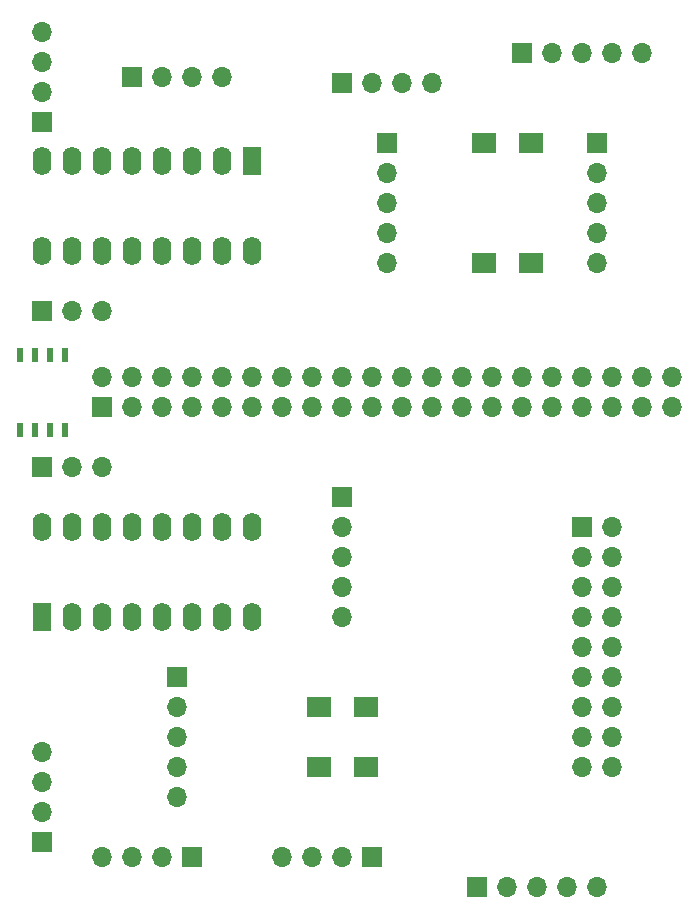
<source format=gbr>
G04 #@! TF.FileFunction,Soldermask,Bot*
%FSLAX46Y46*%
G04 Gerber Fmt 4.6, Leading zero omitted, Abs format (unit mm)*
G04 Created by KiCad (PCBNEW 4.0.4-stable) date 04/16/17 22:08:56*
%MOMM*%
%LPD*%
G01*
G04 APERTURE LIST*
%ADD10C,0.100000*%
%ADD11R,1.700000X1.700000*%
%ADD12O,1.700000X1.700000*%
%ADD13R,2.000000X1.700000*%
%ADD14R,1.600000X2.400000*%
%ADD15O,1.600000X2.400000*%
%ADD16R,0.508000X1.143000*%
G04 APERTURE END LIST*
D10*
D11*
X121920000Y-65532000D03*
D12*
X124460000Y-65532000D03*
X127000000Y-65532000D03*
D11*
X121920000Y-78740000D03*
D12*
X124460000Y-78740000D03*
X127000000Y-78740000D03*
D11*
X127000000Y-73660000D03*
D12*
X127000000Y-71120000D03*
X129540000Y-73660000D03*
X129540000Y-71120000D03*
X132080000Y-73660000D03*
X132080000Y-71120000D03*
X134620000Y-73660000D03*
X134620000Y-71120000D03*
X137160000Y-73660000D03*
X137160000Y-71120000D03*
X139700000Y-73660000D03*
X139700000Y-71120000D03*
X142240000Y-73660000D03*
X142240000Y-71120000D03*
X144780000Y-73660000D03*
X144780000Y-71120000D03*
X147320000Y-73660000D03*
X147320000Y-71120000D03*
X149860000Y-73660000D03*
X149860000Y-71120000D03*
X152400000Y-73660000D03*
X152400000Y-71120000D03*
X154940000Y-73660000D03*
X154940000Y-71120000D03*
X157480000Y-73660000D03*
X157480000Y-71120000D03*
X160020000Y-73660000D03*
X160020000Y-71120000D03*
X162560000Y-73660000D03*
X162560000Y-71120000D03*
X165100000Y-73660000D03*
X165100000Y-71120000D03*
X167640000Y-73660000D03*
X167640000Y-71120000D03*
X170180000Y-73660000D03*
X170180000Y-71120000D03*
X172720000Y-73660000D03*
X172720000Y-71120000D03*
X175260000Y-73660000D03*
X175260000Y-71120000D03*
D11*
X147320000Y-46228000D03*
D12*
X149860000Y-46228000D03*
X152400000Y-46228000D03*
X154940000Y-46228000D03*
D11*
X134620000Y-111760000D03*
D12*
X132080000Y-111760000D03*
X129540000Y-111760000D03*
X127000000Y-111760000D03*
D11*
X129540000Y-45720000D03*
D12*
X132080000Y-45720000D03*
X134620000Y-45720000D03*
X137160000Y-45720000D03*
D11*
X121920000Y-49530000D03*
D12*
X121920000Y-46990000D03*
X121920000Y-44450000D03*
X121920000Y-41910000D03*
D11*
X149860000Y-111760000D03*
D12*
X147320000Y-111760000D03*
X144780000Y-111760000D03*
X142240000Y-111760000D03*
D11*
X121920000Y-110490000D03*
D12*
X121920000Y-107950000D03*
X121920000Y-105410000D03*
X121920000Y-102870000D03*
D13*
X149320000Y-104140000D03*
X145320000Y-104140000D03*
X149320000Y-99060000D03*
X145320000Y-99060000D03*
X159290000Y-61468000D03*
X163290000Y-61468000D03*
X163290000Y-51308000D03*
X159290000Y-51308000D03*
D14*
X139700000Y-52832000D03*
D15*
X121920000Y-60452000D03*
X137160000Y-52832000D03*
X124460000Y-60452000D03*
X134620000Y-52832000D03*
X127000000Y-60452000D03*
X132080000Y-52832000D03*
X129540000Y-60452000D03*
X129540000Y-52832000D03*
X132080000Y-60452000D03*
X127000000Y-52832000D03*
X134620000Y-60452000D03*
X124460000Y-52832000D03*
X137160000Y-60452000D03*
X121920000Y-52832000D03*
X139700000Y-60452000D03*
D11*
X151130000Y-51308000D03*
D12*
X151130000Y-53848000D03*
X151130000Y-56388000D03*
X151130000Y-58928000D03*
X151130000Y-61468000D03*
D11*
X168910000Y-51308000D03*
D12*
X168910000Y-53848000D03*
X168910000Y-56388000D03*
X168910000Y-58928000D03*
X168910000Y-61468000D03*
D11*
X147320000Y-81280000D03*
D12*
X147320000Y-83820000D03*
X147320000Y-86360000D03*
X147320000Y-88900000D03*
X147320000Y-91440000D03*
D11*
X158750000Y-114300000D03*
D12*
X161290000Y-114300000D03*
X163830000Y-114300000D03*
X166370000Y-114300000D03*
X168910000Y-114300000D03*
D11*
X133350000Y-96520000D03*
D12*
X133350000Y-99060000D03*
X133350000Y-101600000D03*
X133350000Y-104140000D03*
X133350000Y-106680000D03*
D11*
X162560000Y-43688000D03*
D12*
X165100000Y-43688000D03*
X167640000Y-43688000D03*
X170180000Y-43688000D03*
X172720000Y-43688000D03*
D16*
X120015000Y-75565000D03*
X121285000Y-75565000D03*
X122555000Y-75565000D03*
X123825000Y-75565000D03*
X123825000Y-69215000D03*
X122555000Y-69215000D03*
X121285000Y-69215000D03*
X120015000Y-69215000D03*
D14*
X121920000Y-91440000D03*
D15*
X139700000Y-83820000D03*
X124460000Y-91440000D03*
X137160000Y-83820000D03*
X127000000Y-91440000D03*
X134620000Y-83820000D03*
X129540000Y-91440000D03*
X132080000Y-83820000D03*
X132080000Y-91440000D03*
X129540000Y-83820000D03*
X134620000Y-91440000D03*
X127000000Y-83820000D03*
X137160000Y-91440000D03*
X124460000Y-83820000D03*
X139700000Y-91440000D03*
X121920000Y-83820000D03*
D11*
X167640000Y-83820000D03*
D12*
X170180000Y-83820000D03*
X167640000Y-86360000D03*
X170180000Y-86360000D03*
X167640000Y-88900000D03*
X170180000Y-88900000D03*
X167640000Y-91440000D03*
X170180000Y-91440000D03*
X167640000Y-93980000D03*
X170180000Y-93980000D03*
X167640000Y-96520000D03*
X170180000Y-96520000D03*
X167640000Y-99060000D03*
X170180000Y-99060000D03*
X167640000Y-101600000D03*
X170180000Y-101600000D03*
X167640000Y-104140000D03*
X170180000Y-104140000D03*
M02*

</source>
